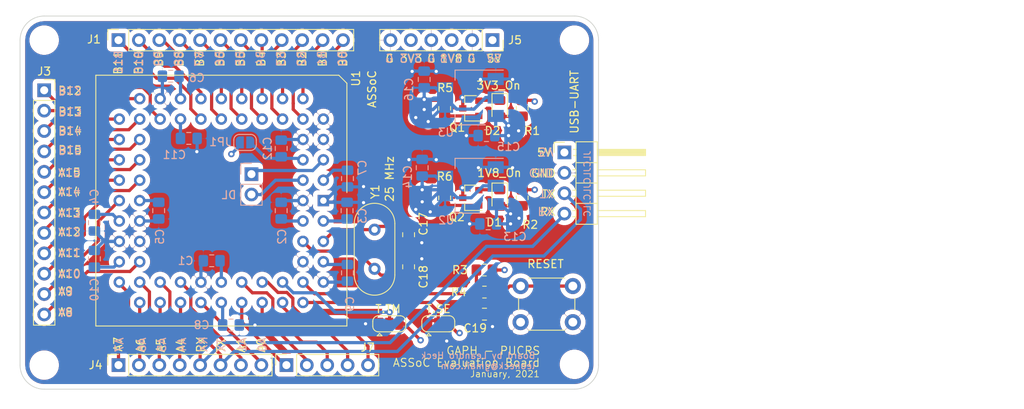
<source format=kicad_pcb>
(kicad_pcb (version 20241229) (generator "pcbnew") (generator_version "9.0")
  (title_block (title "ASSoC Eval Board") (date "2021-01-22") (rev "0.1") (company "GAPH") (comment 1 "By Leandro Heck"))
  (layers (0 "F.Cu" signal) (4 "In1.Cu" power "Gnd") (6 "In2.Cu" power "Pwr") (2 "B.Cu" signal) (13 "F.Paste" user) (15 "B.Paste" user) (5 "F.SilkS" user "F.Silkscreen") (7 "B.SilkS" user "B.Silkscreen") (1 "F.Mask" user) (3 "B.Mask" user) (25 "Edge.Cuts" user))
  (net 0 "")
  (net 1 "GND")
  (net 2 "+3V3")
  (net 3 "/ASSOC_RST")
  (net 4 "/XI")
  (net 5 "/XO")
  (net 6 "+1V8")
  (net 7 "+5V")
  (net 8 "/ASSOC_TX")
  (net 9 "/ASSOC_RX")
  (net 10 "Net-(D1-A)")
  (net 11 "Net-(D1-K)")
  (net 12 "Net-(D2-A)")
  (net 13 "Net-(D2-K)")
  (net 14 "Net-(Q1-B)")
  (net 15 "Net-(Q2-B)")
  (net 16 "/1V8_ASYNC")
  (net 17 "/A0")
  (net 18 "/A1")
  (net 19 "/A4")
  (net 20 "/A5")
  (net 21 "/A6")
  (net 22 "/A7")
  (net 23 "/B0")
  (net 24 "/B1")
  (net 25 "/B2")
  (net 26 "/B3")
  (net 27 "/B4")
  (net 28 "/B5")
  (net 29 "/B6")
  (net 30 "/B7")
  (net 31 "/B8")
  (net 32 "/B9")
  (net 33 "/B10")
  (net 34 "/B11")
  (net 35 "/A8")
  (net 36 "/A9")
  (net 37 "/A10")
  (net 38 "/A11")
  (net 39 "/A12")
  (net 40 "/A13")
  (net 41 "/A14")
  (net 42 "/A15")
  (net 43 "/B15")
  (net 44 "/B14")
  (net 45 "/B13")
  (net 46 "/B12")
  (net 47 "/DL_I")
  (net 48 "/DL_O")
  (net 49 "/TEST.TM")
  (net 50 "/TEST.SE")
  (net 51 "Net-(R4-Pad2)")
  (net 52 "/M.SS.ROM")
  (net 53 "/M.MISO")
  (net 54 "/M.MOSI")
  (net 55 "/M.SCLK")
  (net 56 "/M.SS.RAM")
  (footprint "GAPH-Extra:MountingHole_2.5mm" (layer "F.Cu") (at 178 80.5 -90)
    (property "Reference" "H1" (hide yes))
    (property "Value" "MountingHole" (hide yes))
  )
  (footprint "GAPH-Extra:MountingHole_2.5mm" (layer "F.Cu") (at 178 120.903121 -90)
    (property "Reference" "H3" (hide yes))
    (property "Value" "MountingHole" (hide yes))
  )
  (footprint "GAPH-Extra:MountingHole_2.5mm" (layer "F.Cu") (at 112 121 -90)
    (property "Reference" "H4" (hide yes))
    (property "Value" "MountingHole" (hide yes))
  )
  (footprint "GAPH-Extra:MountingHole_2.5mm" (layer "F.Cu") (at 112 80.5 -90)
    (property "Reference" "H2" (hide yes))
    (property "Value" "MountingHole" (hide yes))
  )
  (footprint "Package_TO_SOT_SMD:SOT-23" (layer "F.Cu") (at 165.1 100.15 180)
    (property "Reference" "Q2")
    (property "Value" "Q_NPN_BCE")
  )
  (footprint "Resistor_SMD:R_0805_2012Metric_Pad1.20x1.40mm_HandSolder" (layer "F.Cu") (at 161.85 100.15 90)
    (property "Reference" "R6")
    (property "Value" "1k")
  )
  (footprint "Resistor_SMD:R_0805_2012Metric_Pad1.20x1.40mm_HandSolder" (layer "F.Cu") (at 171.5 100.15 -90)
    (property "Reference" "R2")
    (property "Value" "330")
  )
  (footprint "Connector_PinHeader_2.54mm:PinHeader_1x04_P2.54mm_Horizontal" (layer "F.Cu") (at 176.75 94.5)
    (property "Reference" "J2" (hide yes))
    (property "Value" "USB-UART")
  )
  (footprint "LED_SMD:LED_0805_2012Metric_Pad1.15x1.40mm_HandSolder" (layer "F.Cu") (at 168.7 100.1725 -90)
    (property "Reference" "D1")
    (property "Value" "1V8_On")
  )
  (footprint "Connector_PinSocket_2.54mm:PinSocket_1x05_P2.54mm_Vertical" (layer "F.Cu") (at 142.15 121 90)
    (property "Reference" "J7")
    (property "Value" "H4")
  )
  (footprint "Jumper:SolderJumper-3_P1.3mm_Bridged2Bar12_RoundedPad1.0x1.5mm" (layer "F.Cu") (at 154.95 115.85)
    (property "Reference" "JP3" (hide yes))
    (property "Value" "T.TM")
  )
  (footprint "Capacitor_SMD:C_0805_2012Metric_Pad1.18x1.45mm_HandSolder" (layer "F.Cu") (at 157.36 108.75 -90)
    (property "Reference" "C18")
    (property "Value" "18p")
  )
  (footprint "Crystal:Crystal_HC49-4H_Vertical" (layer "F.Cu") (at 153.12 109 90)
    (property "Reference" "Y1")
    (property "Value" "25 MHz")
  )
  (footprint "Capacitor_SMD:C_0805_2012Metric_Pad1.18x1.45mm_HandSolder" (layer "F.Cu") (at 157.36 104.75 90)
    (property "Reference" "C17")
    (property "Value" "18p")
  )
  (footprint "Connector_PinSocket_2.54mm:PinSocket_1x08_P2.54mm_Vertical" (layer "F.Cu") (at 121.25 121 90)
    (property "Reference" "J4")
    (property "Value" "H1")
  )
  (footprint "Connector_PinSocket_2.54mm:PinSocket_1x12_P2.54mm_Vertical" (layer "F.Cu") (at 121.25 80.5 90)
    (property "Reference" "J1")
    (property "Value" "H3")
  )
  (footprint "Connector_PinSocket_2.54mm:PinSocket_1x12_P2.54mm_Vertical" (layer "F.Cu") (at 112 86.75)
    (property "Reference" "J3")
    (property "Value" "H2")
  )
  (footprint "Button_Switch_THT:SW_PUSH_6mm" (layer "F.Cu") (at 177.8 115.65 180)
    (property "Reference" "SW1" (hide yes))
    (property "Value" "RESET")
  )
  (footprint "Capacitor_SMD:C_0805_2012Metric_Pad1.18x1.45mm_HandSolder" (layer "F.Cu") (at 166.8 114.65 180)
    (property "Reference" "C19")
    (property "Value" "100n")
  )
  (footprint "Resistor_SMD:R_0805_2012Metric_Pad1.20x1.40mm_HandSolder" (layer "F.Cu") (at 166.8 111.9)
    (property "Reference" "R4")
    (property "Value" "1K")
  )
  (footprint "Resistor_SMD:R_0805_2012Metric_Pad1.20x1.40mm_HandSolder" (layer "F.Cu") (at 166.8 109.15 180)
    (property "Reference" "R3")
    (property "Value" "10K")
  )
  (footprint "Resistor_SMD:R_0805_2012Metric_Pad1.20x1.40mm_HandSolder" (layer "F.Cu") (at 171.5 89 -90)
    (property "Reference" "R1")
    (property "Value" "330")
  )
  (footprint "Resistor_SMD:R_0805_2012Metric_Pad1.20x1.40mm_HandSolder" (layer "F.Cu") (at 161.85 89 90)
    (property "Reference" "R5")
    (property "Value" "1k")
  )
  (footprint "Package_TO_SOT_SMD:SOT-23" (layer "F.Cu") (at 165.1 89 180)
    (property "Reference" "Q1")
    (property "Value" "Q_NPN_BCE")
  )
  (footprint "LED_SMD:LED_0805_2012Metric_Pad1.15x1.40mm_HandSolder" (layer "F.Cu") (at 168.7 89.0225 -90)
    (property "Reference" "D2")
    (property "Value" "3V3_On")
  )
  (footprint "Jumper:SolderJumper-3_P1.3mm_Bridged2Bar12_RoundedPad1.0x1.5mm" (layer "F.Cu") (at 161.05 115.85)
    (property "Reference" "JP2" (hide yes))
    (property "Value" "T.SE")
  )
  (footprint "GAPH-Chips:PLCC-68_THT-Socket" (layer "F.Cu") (at 146.75 100.5 -90)
    (property "Reference" "U1")
    (property "Value" "ASSoC")
  )
  (footprint "Connector_PinSocket_2.54mm:PinSocket_1x06_P2.54mm_Vertical" (layer "F.Cu") (at 167.8 80.5 -90)
    (property "Reference" "J5")
    (property "Value" "PWR")
  )
  (footprint "Package_TO_SOT_SMD:SOT-223" (layer "B.Cu") (at 165.05 87.65 180)
    (property "Reference" "U3")
    (property "Value" "LM1117-3.3")
  )
  (footprint "Package_TO_SOT_SMD:SOT-223" (layer "B.Cu") (at 165.05 98.65 180)
    (property "Reference" "U2")
    (property "Value" "LM1117-1.8")
  )
  (footprint "Capacitor_SMD:C_0805_2012Metric_Pad1.18x1.45mm_HandSolder" (layer "B.Cu") (at 167.2625 103.4 180)
    (property "Reference" "C13")
    (property "Value" "10u")
  )
  (footprint "Capacitor_SMD:C_0805_2012Metric_Pad1.18x1.45mm_HandSolder" (layer "B.Cu") (at 159.3 85.4 90)
    (property "Reference" "C16")
    (property "Value" "10u")
  )
  (footprint "Capacitor_SMD:C_0805_2012Metric_Pad1.18x1.45mm_HandSolder" (layer "B.Cu") (at 126.25 101.75 -90)
    (property "Reference" "C5")
    (property "Value" "100n")
  )
  (footprint "Capacitor_SMD:C_0805_2012Metric_Pad1.18x1.45mm_HandSolder" (layer "B.Cu") (at 130 92.75)
    (property "Reference" "C11")
    (property "Value" "100n")
  )
  (footprint "Capacitor_SMD:C_0805_2012Metric_Pad1.18x1.45mm_HandSolder" (layer "B.Cu") (at 141.5 94 90)
    (property "Reference" "C12")
    (property "Value" "100n")
  )
  (footprint "Capacitor_SMD:C_0805_2012Metric_Pad1.18x1.45mm_HandSolder" (layer "B.Cu") (at 149.75 97.75 -90)
    (property "Reference" "C7")
    (property "Value" "100n")
  )
  (footprint "Capacitor_SMD:C_0805_2012Metric_Pad1.18x1.45mm_HandSolder" (layer "B.Cu") (at 132.85 108 180)
    (property "Reference" "C1")
    (property "Value" "100n")
  )
  (footprint "Capacitor_SMD:C_0805_2012Metric_Pad1.18x1.45mm_HandSolder" (layer "B.Cu") (at 141.5 101.75 90)
    (property "Reference" "C2")
    (property "Value" "100n")
  )
  (footprint "Capacitor_SMD:C_0805_2012Metric_Pad1.18x1.45mm_HandSolder" (layer "B.Cu") (at 149.75 109.5 -90)
    (property "Reference" "C9")
    (property "Value" "100n")
  )
  (footprint "Capacitor_SMD:C_0805_2012Metric_Pad1.18x1.45mm_HandSolder" (layer "B.Cu") (at 118.25 107.75 90)
    (property "Reference" "C10")
    (property "Value" "100n")
  )
  (footprint "Capacitor_SMD:C_0805_2012Metric_Pad1.18x1.45mm_HandSolder" (layer "B.Cu") (at 127.75 85 180)
    (property "Reference" "C6")
    (property "Value" "100n")
  )
  (footprint "Capacitor_SMD:C_0805_2012Metric_Pad1.18x1.45mm_HandSolder" (layer "B.Cu") (at 149.7 101.75 90)
    (property "Reference" "C3")
    (property "Value" "100n")
  )
  (footprint "Capacitor_SMD:C_0805_2012Metric_Pad1.18x1.45mm_HandSolder" (layer "B.Cu") (at 118.25 103.25 -90)
    (property "Reference" "C4")
    (property "Value" "100n")
  )
  (footprint "Capacitor_SMD:C_0805_2012Metric_Pad1.18x1.45mm_HandSolder" (layer "B.Cu") (at 135.25 116)
    (property "Reference" "C8")
    (property "Value" "100n")
  )
  (footprint "Connector_PinSocket_2.54mm:PinSocket_1x02_P2.54mm_Vertical" (layer "B.Cu") (at 137.8 97.2 180)
    (property "Reference" "J6" (hide yes))
    (property "Value" "DL")
  )
  (footprint "Capacitor_SMD:C_0805_2012Metric_Pad1.18x1.45mm_HandSolder" (layer "B.Cu") (at 159.05 96.4 90)
    (property "Reference" "C14")
    (property "Value" "10u")
  )
  (footprint "Capacitor_SMD:C_0805_2012Metric_Pad1.18x1.45mm_HandSolder" (layer "B.Cu") (at 167.05 92.4 180)
    (property "Reference" "C15")
    (property "Value" "10u")
  )
  (footprint "Jumper:SolderJumper-2_P1.3mm_Open_RoundedPad1.0x1.5mm" (layer "B.Cu") (at 137 93.25 180)
    (property "Reference" "JP1")
    (property "Value" "SolderJumper_2_Bridged")
  )
  (gr_line (start 111.999999 124) (end 178 124) (stroke (width 0.1)) (layer "Edge.Cuts"))
  (gr_arc (start 181.000001 121) (mid 180.121321 123.121321) (end 178 124.000001) (stroke (width 0.1)) (layer "Edge.Cuts"))
  (gr_line (start 109 80.5) (end 109 120.999999) (stroke (width 0.1)) (layer "Edge.Cuts"))
  (gr_arc (start 109 80.5) (mid 109.87868 78.37868) (end 112 77.5) (stroke (width 0.1)) (layer "Edge.Cuts"))
  (gr_line (start 181.000001 121) (end 181 80.5) (stroke (width 0.1)) (layer "Edge.Cuts"))
  (gr_arc (start 111.999999 124) (mid 109.878679 123.12132) (end 109 120.999999) (stroke (width 0.1)) (layer "Edge.Cuts"))
  (gr_arc (start 178 77.5) (mid 180.12132 78.37868) (end 181 80.5) (stroke (width 0.1)) (layer "Edge.Cuts"))
  (gr_line (start 178 77.5) (end 112 77.5) (stroke (width 0.1)) (layer "Edge.Cuts"))
  (gr_text "RX" (at 173.617857 101.9 0) (layer "F.SilkS") (effects (font (size 1 1)) (justify left)))
  (gr_text "TX" (at 173.855952 99.7 0) (layer "F.SilkS") (effects (font (size 1 1)) (justify left)))
  (gr_text "GND" (at 172.522619 97.1 0) (layer "F.SilkS") (effects (font (size 1 1)) (justify left)))
  (gr_text "5V" (at 173.25 94.5 0) (layer "F.SilkS") (effects (font (size 1 1)) (justify left)))
  (gr_text "ASSoC Evaluation Board" (at 164.55 120.7 0) (layer "F.SilkS") (effects (font (size 1 1) (thickness 0.12))))
  (gr_text "A8" (at 113.672619 114.4 0) (layer "F.SilkS") (effects (font (size 1 1)) (justify left)))
  (gr_text "A5" (at 126.5 119.527381 90) (layer "F.SilkS") (effects (font (size 1 1)) (justify left)))
  (gr_text "RX" (at 131.5 119.527381 90) (layer "F.SilkS") (effects (font (size 1 1)) (justify left)))
  (gr_text "TX" (at 134 119.527381 90) (layer "F.SilkS") (effects (font (size 1 1)) (justify left)))
  (gr_text "A7" (at 121.2 119.4 90) (layer "F.SilkS") (effects (font (size 1 1)) (justify left)))
  (gr_text "A1" (at 136.5 119.527381 90) (layer "F.SilkS") (effects (font (size 1 1)) (justify left)))
  (gr_text "A0" (at 139 119.527381 90) (layer "F.SilkS") (effects (font (size 1 1)) (justify left)))
  (gr_text "A6" (at 124 119.527381 90) (layer "F.SilkS") (effects (font (size 1 1)) (justify left)))
  (gr_text "A4" (at 129 119.527381 90) (layer "F.SilkS") (effects (font (size 1 1)) (justify left)))
  (gr_text "B11" (at 121.2 84.879762 90) (layer "F.SilkS") (effects (font (size 1 1)) (justify left)))
  (gr_text "B7" (at 131.381816 83.927381 90) (layer "F.SilkS") (effects (font (size 1 1)) (justify left)))
  (gr_text "B10" (at 123.745454 84.879762 90) (layer "F.SilkS") (effects (font (size 1 1)) (justify left)))
  (gr_text "B8" (at 128.836362 83.927381 90) (layer "F.SilkS") (effects (font (size 1 1)) (justify left)))
  (gr_text "B6" (at 133.92727 83.927381 90) (layer "F.SilkS") (effects (font (size 1 1)) (justify left)))
  (gr_text "B9" (at 126.290908 83.927381 90) (layer "F.SilkS") (effects (font (size 1 1)) (justify left)))
  (gr_text "B5" (at 136.472724 83.927381 90) (layer "F.SilkS") (effects (font (size 1 1)) (justify left)))
  (gr_text "3V3" (at 156.2 82.8 0) (layer "F.SilkS") (effects (font (size 1 1)) (justify left)))
  (gr_text "1V8" (at 161.2 82.8 0) (layer "F.SilkS") (effects (font (size 1 1)) (justify left)))
  (gr_text "5V" (at 167 82.8 0) (layer "F.SilkS") (effects (font (size 1 1)) (justify left)))
  (gr_text "G" (at 164.6 82.8 0) (layer "F.SilkS") (effects (font (size 1 1)) (justify left)))
  (gr_text "G" (at 154.4 82.8 0) (layer "F.SilkS") (effects (font (size 1 1)) (justify left)))
  (gr_text "A14" (at 113.672619 99.4 0) (layer "F.SilkS") (effects (font (size 1 1)) (justify left)))
  (gr_text "B12" (at 115.2 86.8 0) (layer "F.SilkS") (effects (font (size 1 1))))
  (gr_text "B1" (at 146.65454 83.927381 90) (layer "F.SilkS") (effects (font (size 1 1)) (justify left)))
  (gr_text "A9" (at 113.672619 111.8 0) (layer "F.SilkS") (effects (font (size 1 1)) (justify left)))
  (gr_text "B0" (at 149.2 83.927381 90) (layer "F.SilkS") (effects (font (size 1 1)) (justify left)))
  (gr_text "B15" (at 113.672619 94.2 0) (layer "F.SilkS") (effects (font (size 1 1)) (justify left)))
  (gr_text "B2" (at 144.109086 83.927381 90) (layer "F.SilkS") (effects (font (size 1 1)) (justify left)))
  (gr_text "A10" (at 113.672619 109.6 0) (layer "F.SilkS") (effects (font (size 1 1)) (justify left)))
  (gr_text "B4" (at 139.018178 83.927381 90) (layer "F.SilkS") (effects (font (size 1 1)) (justify left)))
  (gr_text "A11" (at 113.672619 107 0) (layer "F.SilkS") (effects (font (size 1 1)) (justify left)))
  (gr_text "B3" (at 141.563632 83.927381 90) (layer "F.SilkS") (effects (font (size 1 1)) (justify left)))
  (gr_text "B13" (at 113.672619 89.4 0) (layer "F.SilkS") (effects (font (size 1 1)) (justify left)))
  (gr_text "A15" (at 113.672619 97 0) (layer "F.SilkS") (effects (font (size 1 1)) (justify left)))
  (gr_text "B14" (at 113.672619 91.8 0) (layer "F.SilkS") (effects (font (size 1 1)) (justify left)))
  (gr_text "G" (at 159.6 82.8 0) (layer "F.SilkS") (effects (font (size 1 1)) (justify left)))
  (gr_text "A12" (at 113.672619 104.4 0) (layer "F.SilkS") (effects (font (size 1 1)) (justify left)))
  (gr_text "January, 2021" (at 169.35 122.1 0) (layer "F.SilkS") (effects (font (size 0.8 0.8) (thickness 0.1))))
  (gr_text "A13" (at 113.672619 102 0) (layer "F.SilkS") (effects (font (size 1 1)) (justify left)))
  (gr_text "GND" (at 172.234524 97 180) (layer "B.SilkS") (effects (font (size 1 1)) (justify left mirror)))
  (gr_text "TX" (at 173.567857 99.6 180) (layer "B.SilkS") (effects (font (size 1 1)) (justify left mirror)))
  (gr_text "5V" (at 173.472619 94.4 180) (layer "B.SilkS") (effects (font (size 1 1)) (justify left mirror)))
  (gr_text "RX" (at 173.329762 101.8 180) (layer "B.SilkS") (effects (font (size 1 1)) (justify left mirror)))
  (gr_text "A8" (at 113.672619 114.4 180) (layer "B.SilkS") (effects (font (size 1 1)) (justify left mirror)))
  (gr_text "B14" (at 113.672619 91.8 180) (layer "B.SilkS") (effects (font (size 1 1)) (justify left mirror)))
  (gr_text "A15" (at 113.672619 97 180) (layer "B.SilkS") (effects (font (size 1 1)) (justify left mirror)))
  (gr_text "A14" (at 113.672619 99.4 180) (layer "B.SilkS") (effects (font (size 1 1)) (justify left mirror)))
  (gr_text "B12" (at 115.2 86.8 180) (layer "B.SilkS") (effects (font (size 1 1)) (justify mirror)))
  (gr_text "A13" (at 113.672619 102 180) (layer "B.SilkS") (effects (font (size 1 1)) (justify left mirror)))
  (gr_text "A12" (at 113.672619 104.4 180) (layer "B.SilkS") (effects (font (size 1 1)) (justify left mirror)))
  (gr_text "B13" (at 113.672619 89.4 180) (layer "B.SilkS") (effects (font (size 1 1)) (justify left mirror)))
  (gr_text "A9" (at 113.672619 111.8 180) (layer "B.SilkS") (effects (font (size 1 1)) (justify left mirror)))
  (gr_text "A11" (at 113.672619 107 180) (layer "B.SilkS") (effects (font (size 1 1)) (justify left mirror)))
  (gr_text "A10" (at 113.672619 109.6 180) (layer "B.SilkS") (effects (font (size 1 1)) (justify left mirror)))
  (gr_text "B15" (at 113.672619 94.2 180) (layer "B.SilkS") (effects (font (size 1 1)) (justify left mirror)))
  (gr_text "B0" (at 149.102381 81.720238 90) (layer "B.SilkS") (effects (font (size 1 1)) (justify left mirror)))
  (gr_text "B2" (at 144.011467 81.720238 90) (layer "B.SilkS") (effects (font (size 1 1)) (justify left mirror)))
  (gr_text "B10" (at 123.8 81.720238 90) (layer "B.SilkS") (effects (font (size 1 1)) (justify left mirror)))
  (gr_text "B3" (at 141.466013 81.720238 90) (layer "B.SilkS") (effects (font (size 1 1)) (justify left mirror)))
  (gr_text "B8" (at 128.738743 81.720238 90) (layer "B.SilkS") (effects (font (size 1 1)) (justify left mirror)))
  (gr_text "B5" (at 136.375105 81.720238 90) (layer "B.SilkS") (effects (font (size 1 1)) (justify left mirror)))
  (gr_text "B11" (at 121.254762 81.720238 90) (layer "B.SilkS") (effects (font (size 1 1)) (justify left mirror)))
  (gr_text "B6" (at 133.829651 81.720238 90) (layer "B.SilkS") (effects (font (size 1 1)) (justify left mirror)))
  (gr_text "B7" (at 131.284197 81.720238 90) (layer "B.SilkS") (effects (font (size 1 1)) (justify left mirror)))
  (gr_text "B9" (at 126.193289 81.720238 90) (layer "B.SilkS") (effects (font (size 1 1)) (justify left mirror)))
  (gr_text "B4" (at 138.920559 81.720238 90) (layer "B.SilkS") (effects (font (size 1 1)) (justify left mirror)))
  (gr_text "B1" (at 146.556921 81.720238 90) (layer "B.SilkS") (effects (font (size 1 1)) (justify left mirror)))
  (gr_text "A5" (at 126.659524 117.472619 90) (layer "B.SilkS") (effects (font (size 1 1)) (justify left mirror)))
  (gr_text "TX" (at 134.064286 117.567857 90) (layer "B.SilkS") (effects (font (size 1 1)) (justify left mirror)))
  (gr_text "A4" (at 129.159524 117.472619 90) (layer "B.SilkS") (effects (font (size 1 1)) (justify left mirror)))
  (gr_text "A7" (at 121.359524 117.472619 90) (layer "B.SilkS") (effects (font (size 1 1)) (justify left mirror)))
  (gr_text "RX" (at 131.802381 117.329762 90) (layer "B.SilkS") (effects (font (size 1 1)) (justify left mirror)))
  (gr_text "A6" (at 124.159524 117.472619 90) (layer "B.SilkS") (effects (font (size 1 1)) (justify left mirror)))
  (gr_text "A0" (at 139.159524 117.472619 90) (layer "B.SilkS") (effects (font (size 1 1)) (justify left mirror)))
  (gr_text "A1" (at 136.659524 117.472619 90) (layer "B.SilkS") (effects (font (size 1 1)) (justify left mirror)))
  (gr_text "1V8" (at 164.111905 82.8 0) (layer "B.SilkS") (effects (font (size 1 1)) (justify left mirror)))
  (gr_text "5V" (at 168.959524 82.8 0) (layer "B.SilkS") (effects (font (size 1 1)) (justify left mirror)))
  (gr_text "G" (at 165.75 82.8 0) (layer "B.SilkS") (effects (font (size 1 1)) (justify left mirror)))
  (gr_text "3V3" (at 159.111905 82.8 0) (layer "B.SilkS") (effects (font (size 1 1)) (justify left mirror)))
  (gr_text "G" (at 155.55 82.8 0) (layer "B.SilkS") (effects (font (size 1 1)) (justify left mirror)))
  (gr_text "G" (at 160.75 82.8 0) (layer "B.SilkS") (effects (font (size 1 1)) (justify left mirror)))
  (gr_text "JLCJLCJLCJLC" (at 179.6 98.4 90) (layer "B.SilkS") (effects (font (size 0.8 0.8) (thickness 0.12)) (justify mirror)))
  (gr_text "Board by Leandro Heck\nleoheck@gmail.com\n" (at 173.2 120.45 0) (layer "B.SilkS") (effects (font (size 0.8 0.8) (thickness 0.12)) (justify left mirror)))
  (segment (start 164.1 89) (end 164.1 87.7) (width 0.4) (layer "F.Cu") (net 1))
  (segment (start 164.1 87.95) (end 164.05 87.9) (width 0.4) (layer "F.Cu") (net 1))
  (segment (start 167.8375 116.1625) (end 167.8 116.2) (width 0.4) (layer "F.Cu") (net 1))
  (segment (start 158.9625 105.7875) (end 159 105.75) (width 0.4) (layer "F.Cu") (net 1))
  (segment (start 153.65 115.85) (end 152 115.85) (width 0.4) (layer "F.Cu") (net 1))
  (segment (start 157.36 107.7125) (end 158.9625 107.7125) (width 0.4) (layer "F.Cu") (net 1))
  (segment (start 159.75 115.85) (end 159.75 116.700002) (width 0.4) (layer "F.Cu") (net 1))
  (segment (start 158.9625 107.7125) (end 159 107.75) (width 0.4) (layer "F.Cu") (net 1))
  (segment (start 157.36 105.7875) (end 158.9625 105.7875) (width 0.4) (layer "F.Cu") (net 1))
  (segment (start 167.8375 114.65) (end 167.8375 116.1625) (width 0.4) (layer "F.Cu") (net 1))
  (segment (start 164.1 98.95) (end 164.05 98.9) (width 0.4) (layer "F.Cu") (net 1))
  (segment (start 161.049998 118) (end 162.1 118) (width 0.4) (layer "F.Cu") (net 1))
  (segment (start 164.1 100.15) (end 164.1 98.95) (width 0.4) (layer "F.Cu") (net 1))
  (segment (start 159.75 116.700002) (end 161.049998 118) (width 0.4) (layer "F.Cu") (net 1))
  (via (at 164.05 87.65) (size 0.8) (drill 0.4) (layers "F.Cu" "B.Cu") (net 1))
  (via (at 164.55 92.4) (size 0.8) (drill 0.4) (layers "F.Cu" "B.Cu") (net 1))
  (via (at 166.05 96.4) (size 0.8) (drill 0.4) (layers "F.Cu" "B.Cu") (net 1))
  (via (at 159 105.75) (size 0.8) (drill 0.4) (layers "F.Cu" "B.Cu") (net 1))
  (via (at 151.75 98.75) (size 0.8) (drill 0.4) (layers "F.Cu" "B.Cu") (net 1))
  (via (at 151.75 100.75) (size 0.8) (drill 0.4) (layers "F.Cu" "B.Cu") (net 1))
  (via (at 164.95 103.4) (size 0.8) (drill 0.4) (layers "F.Cu" "B.Cu") (net 1))
  (via (at 138.236397 116.013603) (size 0.8) (drill 0.4) (layers "F.Cu" "B.Cu") (net 1))
  (via (at 164.05 98.9) (size 0.8) (drill 0.4) (layers "F.Cu" "B.Cu") (net 1))
  (via (at 170.3 96.4) (size 0.8) (drill 0.4) (layers "F.Cu" "B.Cu") (net 1))
  (via (at 157.4 95.4) (size 0.8) (drill 0.4) (layers "F.Cu" "B.Cu") (net 1))
  (via (at 162.1 118) (size 0.8) (drill 0.4) (layers "F.Cu" "B.Cu") (net 1))
  (via (at 157.8 84.4) (size 0.8) (drill 0.4) (layers "F.Cu" "B.Cu") (net 1))
  (via (at 160.8 84.4) (size 0.8) (drill 0.4) (layers "F.Cu" "B.Cu") (net 1))
  (via (at 159 107.75) (size 0.8) (drill 0.4) (layers "F.Cu" "B.Cu") (net 1))
  (via (at 160.8 95.4) (size 0.8) (drill 0.4) (layers "F.Cu" "B.Cu") (net 1))
  (via (at 166.3 85.4) (size 0.8) (drill 0.4) (layers "F.Cu" "B.Cu") (net 1))
  (via (at 152 115.85) (size 0.8) (drill 0.4) (layers "F.Cu" "B.Cu") (net 1))
  (via (at 131 94.4) (size 0.8) (drill 0.4) (layers "F.Cu" "B.Cu") (net 1))
  (via (at 170.3 85.4) (size 0.8) (drill 0.4) (layers "F.Cu" "B.Cu") (net 1))
  (via (at 167.8 116.2) (size 0.8) (drill 0.4) (layers "F.Cu" "B.Cu") (net 1))
  (segment (start 126.7125 87.5175) (end 126.43 87.8) (width 0.4) (layer "B.Cu") (net 1))
  (segment (start 126.7125 85) (end 126.7125 87.5175) (width 0.4) (layer "B.Cu") (net 1))
  (segment (start 121.35 105.58) (end 119.3825 105.58) (width 0.4) (layer "B.Cu") (net 1))
  (segment (start 146.75 110.66) (end 149.6275 110.66) (width 0.4) (layer "B.Cu") (net 1))
  (segment (start 123.89 103.04) (end 126.5975 103.04) (width 0.4) (layer "B.Cu") (net 1))
  (segment (start 149.95 100.7125) (end 146.9625 100.7125) (width 0.4) (layer "B.Cu") (net 1))
  (segment (start 149.6275 110.66) (end 149.75 110.5375) (width 0.4) (layer "B.Cu") (net 1))
  (segment (start 119.3825 105.58) (end 118.25 106.7125) (width 0.4) (layer "B.Cu") (net 1))
  (segment (start 146.8725 110.5375) (end 146.75 110.66) (width 0.4) (layer "B.Cu") (net 1))
  (segment (start 121.35 105.58) (end 119.5425 105.58) (width 0.4) (layer "B.Cu") (net 1))
  (segment (start 141.4625 100.5) (end 141.25 100.7125) (width 0.4) (layer "B.Cu") (net 1))
  (segment (start 131.51 110.66) (end 131.51 108.3025) (width 0.4) (layer "B.Cu") (net 1))
  (segment (start 146.9625 100.7125) (end 146.75 100.5) (width 0.4) (layer "B.Cu") (net 1))
  (segment (start 124.1925 102.7375) (end 123.89 103.04) (width 0.4) (layer "B.Cu") (net 1))
  (segment (start 131.51 108.3025) (end 131.8125 108) (width 0.4) (layer "B.Cu") (net 1))
  (segment (start 141.7825 92.88) (end 141.5 93.1625) (width 0.4) (layer "B.Cu") (net 1))
  (segment (start 144.21 100.5) (end 141.4625 100.5) (width 0.4) (layer "B.Cu") (net 1))
  (segment (start 119.5425 105.58) (end 118.25 104.2875) (width 0.4) (layer "B.Cu") (net 1))
  (segment (start 131.8125 110.3575) (end 131.51 110.66) (width 0.4) (layer "B.Cu") (net 1))
  (segment (start 144.21 92.88) (end 141.7825 92.88) (width 0.4) (layer "B.Cu") (net 1))
  (segment (start 143.9275 93.1625) (end 144.21 92.88) (width 0.4) (layer "B.Cu") (net 1))
  (segment (start 166.0125 92.4) (end 164.55 92.4) (width 0.4) (layer "B.Cu") (net 1))
  (segment (start 159.3 84.3625) (end 157.8375 84.3625) (width 0.4) (layer "B.Cu") (net 1))
  (segment (start 146.75 100.5) (end 147 100.5) (width 0.4) (layer "B.Cu") (net 1))
  (segment (start 149.75 98.7875) (end 151.7125 98.7875) (width 0.4) (layer "B.Cu") (net 1))
  (segment (start 149.7 100.7125) (end 151.5375 100.7125) (width 0.4) (layer "B.Cu") (net 1))
  (segment (start 168.2 96.35) (end 170.25 96.35) (width 0.4) (layer "B.Cu") (net 1))
  (segment (start 166.35 85.35) (end 166.3 85.4) (width 0.4) (layer "B.Cu") (net 1))
  (segment (start 131.0375 92.75) (end 131.0375 94.3625) (width 0.4) (layer "B.Cu") (net 1))
  (segment (start 151.7125 98.7875) (end 151.75 98.75) (width 0.4) (layer "B.Cu") (net 1))
  (segment (start 131.0375 94.3625) (end 131 94.4) (width 0.4) (layer "B.Cu") (net 1))
  (segment (start 168.2 96.35) (end 166.1 96.35) (width 0.4) (layer "B.Cu") (net 1))
  (segment (start 160.7625 95.3625) (end 160.8 95.4) (width 0.4) (layer "B.Cu") (net 1))
  (segment (start 166.225 103.4) (end 164.95 103.4) (width 0.4) (layer "B.Cu") (net 1))
  (segment (start 168.2 85.35) (end 166.35 85.35) (width 0.4) (layer "B.Cu") (net 1))
  (segment (start 159.3 84.3625) (end 160.7625 84.3625) (width 0.4) (layer "B.Cu") (net 1))
  (segment (start 147 100.5) (end 148.7125 98.7875) (width 0.4) (layer "B.Cu") (net 1))
  (segment (start 159.05 95.3625) (end 160.7625 95.3625) (width 0.4) (layer "B.Cu") (net 1))
  (segment (start 157.8375 84.3625) (end 157.8 84.4) (width 0.4) (layer "B.Cu") (net 1))
  (segment (start 136.2875 116) (end 138.222794 116) (width 0.4) (layer "B.Cu") (net 1))
  (segment (start 166.1 96.35) (end 166.05 96.4) (width 0.4) (layer "B.Cu") (net 1))
  (segment (start 160.7625 84.3625) (end 160.8 84.4) (width 0.4) (layer "B.Cu") (net 1))
  (segment (start 157.4375 95.3625) (end 157.4 95.4) (width 0.4) (layer "B.Cu") (net 1))
  (segment (start 168.2 85.35) (end 170.25 85.35) (width 0.4) (layer "B.Cu") (net 1))
  (segment (start 170.25 96.35) (end 170.3 96.4) (width 0.4) (layer "B.Cu") (net 1))
  (segment (start 148.7125 98.7875) (end 149.75 98.7875) (width 0.4) (layer "B.Cu") (net 1))
  (segment (start 170.25 85.35) (end 170.3 85.4) (width 0.4) (layer "B.Cu") (net 1))
  (segment (start 138.222794 116) (end 138.236397 116.013603) (width 0.4) (layer "B.Cu") (net 1))
  (segment (start 149.7375 100.5) (end 149.95 100.7125) (width 0.4) (layer "B.Cu") (net 1))
  (segment (start 159.05 95.3625) (end 157.4375 95.3625) (width 0.4) (layer "B.Cu") (net 1))
  (segment (start 162.35 115.85) (end 162.35 115.9) (width 0.4) (layer "F.Cu") (net 2))
  (segment (start 156.25 115.85) (end 156.8 115.85) (width 0.4) (layer "F.Cu") (net 2))
  (segment (start 159.4 88) (end 159.3 87.9) (width 0.4) (layer "F.Cu") (net 2))
  (segment (start 161.85 88) (end 159.4 88) (width 0.4) (layer "F.Cu") (net 2))
  (segment (start 162.35 115.9) (end 163.45 117) (width 0.4) (layer "F.Cu") (net 2))
  (segment (start 156.8 115.85) (end 158.85 117.9) (width 0.4) (layer "F.Cu") (net 2))
  (segment (start 167.8 109.15) (end 169.3 109.15) (width 0.4) (layer "F.Cu") (net 2))
  (segment (start 163.45 117) (end 163.7 117) (width 0.4) (layer "F.Cu") (net 2))
  (via (at 158.25 90.15) (size 0.8) (drill 0.4) (layers "F.Cu" "B.Cu") (net 2))
  (via (at 163.7 117) (size 0.8) (drill 0.4) (layers "F.Cu" "B.Cu") (net 2))
  (via (at 159.3 89.15) (size 0.8) (drill 0.4) (layers "F.Cu" "B.Cu") (net 2))
  (via (at 159.8 90.65) (size 0.8) (drill 0.4) (layers "F.Cu" "B.Cu") (net 2))
  (via (at 169.3 109.15) (size 0.8) (drill 0.4) (layers "F.Cu" "B.Cu") (net 2))
  (via (at 159.3 87.9) (size 0.8) (drill 0.4) (layers "F.Cu" "B.Cu") (net 2))
  (via (at 158.85 117.9) (size 0.8) (drill 0.4) (layers "F.Cu" "B.Cu") (net 2))
  (segment (start 123.89 100.5) (end 126.6375 100.5) (width 0.4) (layer "B.Cu") (net 2))
  (segment (start 141.5025 103.04) (end 141.25 102.7875) (width 0.4) (layer "B.Cu") (net 2))
  (segment (start 149.6975 103.04) (end 149.95 102.7875) (width 0.4) (layer "B.Cu") (net 2))
  (segment (start 118.25 102.2125) (end 120.5225 102.2125) (width 0.4) (layer "B.Cu") (net 2))
  (segment (start 146.75 103.04) (end 149.6975 103.04) (width 0.4) (layer "B.Cu") (net 2))
  (segment (start 134.05 108.1625) (end 133.8875 108) (width 0.4) (layer "B.Cu") (net 2))
  (segment (start 144.21 103.04) (end 141.5025 103.04) (width 0.4) (layer "B.Cu") (net 2))
  (segment (start 120.5225 102.2125) (end 121.35 103.04) (width 0.4) (layer "B.Cu") (net 2))
  (segment (start 128.97 87.8) (end 128.97 85.1825) (width 0.4) (layer "B.Cu") (net 2))
  (segment (start 134.05 110.66) (end 134.05 108.1625) (width 0.4) (layer "B.Cu") (net 2))
  (segment (start 121.31 103) (end 121.35 103.04) (width 0.4) (layer "B.Cu") (net 2))
  (segment (start 124.0525 100.6625) (end 123.89 100.5) (width 0.4) (layer "B.Cu") (net 2))
  (segment (start 120.9725 102.6625) (end 121.35 103.04) (width 0.4) (layer "B.Cu") (net 2))
  (segment (start 128.97 85.1825) (end 128.7875 85) (width 0.4) (layer "B.Cu") (net 2))
  (segment (start 159.3 87.9) (end 161.65 87.9) (width 0.4) (layer "B.Cu") (net 2))
  (segment (start 166.95 87.65) (end 165.5 89.1) (width 0.4) (layer "B.Cu") (net 2))
  (segment (start 161.9 88.55) (end 159.8 90.65) (width 0.4) (layer "B.Cu") (net 2))
  (segment (start 168.2 87.65) (end 166.95 87.65) (width 0.4) (layer "B.Cu") (net 2))
  (segment (start 161.6375 88.1625) (end 161.9 87.9) (width 0.4) (layer "B.Cu") (net 2))
  (segment (start 159.3 86.4375) (end 160.6875 86.4375) (width 0.4) (layer "B.Cu") (net 2))
  (segment (start 160.4 89.15) (end 161.9 87.65) (width 0.4) (layer "B.Cu") (net 2))
  (segment (start 159.3 89.15) (end 159.25 89.15) (width 0.4) (layer "B.Cu") (net 2))
  (segment (start 165.5 89.1) (end 163.35 89.1) (width 0.4) (layer "B.Cu") (net 2))
  (segment (start 159.3 86.4375) (end 159.3 87.9) (width 0.4) (layer "B.Cu") (net 2))
  (segment (start 149.75 96.7125) (end 147.9975 96.7125) (width 0.4) (layer "B.Cu") (net 2))
  (segment (start 160.6875 86.4375) (end 161.9 87.65) (width 0.4) (layer "B.Cu") (net 2))
  (segment (start 163.35 89.1) (end 161.9 87.65) (width 0.4) (layer "B.Cu") (net 2))
  (segment (start 159.3 89.15) (end 160.4 89.15) (width 0.4) (layer "B.Cu") (net 2))
  (segment (start 161.9 87.65) (end 161.9 88.55) (width 0.4) (layer "B.Cu") (net 2))
  (segment (start 159.3 87.9) (end 159.3 89.15) (width 0.4) (layer "B.Cu") (net 2))
  (segment (start 147.9975 96.7125) (end 146.75 97.96) (width 0.4) (layer "B.Cu") (net 2))
  (segment (start 161.65 87.9) (end 161.9 87.65) (width 0.4) (layer "B.Cu") (net 2))
  (segment (start 159.25 89.15) (end 158.25 90.15) (width 0.4) (layer "B.Cu") (net 2))
  (segment (start 145.65 112.1) (end 165.6 112.1) (width 0.4) (layer "F.Cu") (net 3))
  (segment (start 165.8 109.15) (end 165.8 111.9) (width 0.4) (layer "F.Cu") (net 3))
  (segment (start 165.7625 111.9375) (end 165.8 111.9) (width 0.4) (layer "F.Cu") (net 3))
  (segment (start 144.21 110.66) (end 145.65 112.1) (width 0.4) (layer "F.Cu") (net 3))
  (segment (start 165.6 112.1) (end 165.8 111.9) (width 0.4) (layer "F.Cu") (net 3))
  (segment (start 165.7625 114.65) (end 165.7625 111.9375) (width 0.4) (layer "F.Cu") (net 3))
  (segment (start 148.21 104.12) (end 146.75 105.58) (width 0.4) (layer "F.Cu") (net 4))
  (segment (start 153.12 104.12) (end 148.21 104.12) (width 0.4) (layer "F.Cu") (net 4))
  (segment (start 157.36 103.7125) (end 153.5275 103.7125) (width 0.4) (layer "F.Cu") (net 4))
  (segment (start 153.5275 103.7125) (end 153.12 104.12) (width 0.4) (layer "F.Cu") (net 4))
  (segment (start 144.21 105.58) (end 145.421201 106.791201) (width 0.4) (layer "F.Cu") (net 5))
  (segment (start 145.421201 106.791201) (end 150.911201 106.791201) (width 0.4) (layer "F.Cu") (net 5))
  (segment (start 150.911201 106.791201) (end 153.12 109) (width 0.4) (layer "F.Cu") (net 5))
  (segment (start 153.9075 109.7875) (end 153.12 109) (width 0.4) (layer "F.Cu") (net 5))
  (segment (start 157.36 109.7875) (end 153.9075 109.7875) (width 0.4) (layer "F.Cu") (net 5))
  (segment (start 161.85 99.15) (end 159.05 99.15) (width 0.4) (layer "F.Cu") (net 6))
  (via (at 159.05 99.15) (size 0.8) (drill 0.4) (layers "F.Cu" "B.Cu") (net 6))
  (via (at 158.25 101.6) (size 0.8) (drill 0.4) (layers "F.Cu" "B.Cu") (net 6))
  (via (at 135.3 94.7) (size 0.8) (drill 0.4) (layers "F.Cu" "B.Cu") (net 6))
  (via (at 159.05 100.65) (size 0.8) (drill 0.4) (layers "F.Cu" "B.Cu") (net 6))
  (via (at 160.05 101.9) (size 0.8) (drill 0.4) (layers "F.Cu" "B.Cu") (net 6))
  (segment (start 149.4075 108.12) (end 149.75 108.4625) (width 0.4) (layer "B.Cu") (net 6))
  (segment (start 134.05 115.9125) (end 133.9625 116) (width 0.4) (layer "B.Cu") (net 6))
  (segment (start 168.2 98.65) (end 166.65 98.65) (width 0.4) (layer "B.Cu") (net 6))
  (segment (start 161.4 99.15) (end 161.9 98.65) (width 0.4) (layer "B.Cu") (net 6))
  (segment (start 159.05 100.8) (end 158.25 101.6) (width 0.4) (layer "B.Cu") (net 6))
  (segment (start 165.15 100.15) (end 163.4 100.15) (width 0.4) (layer "B.Cu") (net 6))
  (segment (start 161.9 100.05) (end 160.05 101.9) (width 0.4) (layer "B.Cu") (net 6))
  (segment (start 118.25 108.7875) (end 120.6825 108.7875) (width 0.4) (layer "B.Cu") (net 6))
  (segment (start 159.9 100.65) (end 161.9 98.65) (width 0.4) (layer "B.Cu") (net 6))
  (segment (start 128.9625 90.3475) (end 128.97 90.34) (width 0.4) (layer "B.Cu") (net 6))
  (segment (start 128.9625 92.75) (end 128.9625 90.3475) (width 0.4) (layer "B.Cu") (net 6))
  (segment (start 149.75 108.4625) (end 147.0925 108.4625) (width 0.4) (layer "B.Cu") (net 6))
  (segment (start 161.9 98.65) (end 161.9 100.05) (width 0.4) (layer "B.Cu") (net 6))
  (segment (start 159.05 97.4375) (end 159.05 97.15) (width 0.4) (layer "B.Cu") (net 6))
  (segment (start 163.4 100.15) (end 161.9 98.65) (width 0.4) (layer "B.Cu") (net 6))
  (segment (start 120.6825 108.7875) (end 121.35 108.12) (width 0.4) (layer "B.Cu") (net 6))
  (segment (start 159.05 99.15) (end 161.4 99.15) (width 0.4) (layer "B.Cu") (net 6))
  (segment (start 147.0925 108.4625) (end 146.75 108.12) (width 0.4) (layer "B.Cu") (net 6))
  (segment (start 136.35 93.65) (end 135.3 94.7) (width 0.4) (layer "B.Cu") (net 6))
  (segment (start 134.2125 113.3625) (end 134.05 113.2) (width 0.4) (layer "B.Cu") (net 6))
  (segment (start 134.2125 116) (end 134.2125 113.3625) (width 0.4) (layer "B.Cu") (net 6))
  (segment (start 136.35 93.25) (end 136.35 93.65) (width 0.4) (layer "B.Cu") (net 6))
  (segment (start 160.6875 97.4375) (end 161.9 98.65) (width 0.4) (layer "B.Cu") (net 6))
  (segment (start 161.8375 98.7125) (end 161.9 98.65) (width 0.4) (layer "B.Cu") (net 6))
  (segment (start 159.05 100.65) (end 159.05 100.8) (width 0.4) (layer "B.Cu") (net 6))
  (segment (start 159.05 100.65) (end 159.9 100.65) (width 0.4) (layer "B.Cu") (net 6))
  (segment (start 136.35 93.25) (end 136.35 93.45) (width 0.4) (layer "B.Cu") (net 6))
  (segment (start 159.05 97.4375) (end 160.6875 97.4375) (width 0.4) (layer "B.Cu") (net 6))
  (segment (start 166.65 98.65) (end 165.15 100.15) (width 0.4) (layer "B.Cu") (net 6))
  (segment (start 159.05 97.4375) (end 159.05 100.65) (width 0.4) (layer "B.Cu") (net 6))
  (segment (start 171.5 88) (end 172.9 88) (width 0.4) (layer "F.Cu") (net 7))
  (segment (start 171.5 99.15) (end 173.05 99.15) (width 0.4) (layer "F.Cu") (net 7))
  (via (at 169.8 92.4) (size 0.8) (drill 0.4) (layers "F.Cu" "B.Cu") (net 7))
  (via (at 173.05 99.15) (size 0.8) (drill 0.4) (layers "F.Cu" "B.Cu") (net 7))
  (via (at 170.05 102.15) (size 0.8) (drill 0.4) (layers "F.Cu" "B.Cu") (net 7))
  (via (at 170.05 103.4) (size 0.8) (drill 0.4) (layers "F.Cu" "B.Cu") (net 7))
  (via (at 169.8 91.15) (size 0.8) (drill 0.4) (layers "F.Cu" "B.Cu") (net 7))
  (via (at 171.1 102.7) (size 0.8) (drill 0.4) (layers "F.Cu" "B.Cu") (net 7))
  (via (at 171.05 91.8) (size 0.8) (drill 0.4) (layers "F.Cu" "B.Cu") (net 7))
  (via (at 173.05 88.15) (size 0.8) (drill 0.4) (layers "F.Cu" "B.Cu") (net 7))
  (segment (start 168.2 89.95) (end 168.2 92.2875) (width 0.4) (layer "B.Cu") (net 7))
  (segment (start 168.2 92.2875) (end 168.0875 92.4) (width 0.4) (layer "B.Cu") (net 7))
  (segment (start 170.05 102.15) (end 170.55 102.15) (width 0.4) (layer "B.Cu") (net 7))
  (segment (start 168.2 100.95) (end 168.85 100.95) (width 0.4) (layer "B.Cu") (net 7))
  (segment (start 168.3 101.05) (end 168.2 100.95) (width 0.4) (layer "B.Cu") (net 7))
  (segment (start 168.6 89.95) (end 169.8 91.15) (width 0.4) (layer "B.Cu") (net 7))
  (segment (start 168.2 89.95) (end 168.6 89.95) (width 0.4) (layer "B.Cu") (net 7))
  (segment (start 168.3 103.4) (end 168.3 101.05) (width 0.4) (layer "B.Cu") (net 7))
  (segment (start 170.4 91.15) (end 171.05 91.8) (width 0.4) (layer "B.Cu") (net 7))
  (segment (start 170.55 102.15) (end 171.1 102.7) (width 0.4) (layer "B.Cu") (net 7))
  (segment (start 168.3 103.4) (end 170.05 103.4) (width 0.4) (layer "B.Cu") (net 7))
  (segment (start 168.85 100.95) (end 170.05 102.15) (width 0.4) (layer "B.Cu") (net 7))
  (segment (start 168.0875 92.4) (end 169.8 92.4) (width 0.4) (layer "B.Cu") (net 7))
  (segment (start 169.8 91.15) (end 170.4 91.15) (width 0.4) (layer "B.Cu") (net 7))
  (segment (start 128.97 113.2) (end 128.97 113.47) (width 0.4) (layer "F.Cu") (net 8))
  (segment (start 133.95 119.7) (end 133.95 121) (width 0.4) (layer "F.Cu") (net 8))
  (segment (start 128.97 113.2) (end 128.97 114.72) (width 0.4) (layer "F.Cu") (net 8))
  (segment (start 128.97 114.72) (end 133.95 119.7) (width 0.4) (layer "F.Cu") (net 8))
  (segment (start 155.949989 119.300011) (end 135.649989 119.300011) (width 0.4) (layer "B.Cu") (net 8))
  (segment (start 167.85 107.4) (end 155.949989 119.300011) (width 0.4) (layer "B.Cu") (net 8))
  (segment (start 178.75 102.85) (end 174.2 107.4) (width 0.4) (layer "B.Cu") (net 8))
  (segment (start 135.649989 119.300011) (end 133.95 121) (width 0.4) (layer "B.Cu") (net 8))
  (segment (start 174.2 107.4) (end 167.85 107.4) (width 0.4) (layer "B.Cu") (net 8))
  (segment (start 176.75 99.58) (end 178.75 101.58) (width 0.4) (layer "B.Cu") (net 8))
  (segment (start 178.75 101.58) (end 178.75 102.85) (width 0.4) (layer "B.Cu") (net 8))
  (segment (start 131.41 119.41) (end 127.641201 115.641201) (width 0.4) (layer "F.Cu") (net 9))
  (segment (start 127.641201 111.871201) (end 126.43 110.66) (width 0.4) (layer "F.Cu") (net 9))
  (segment (start 131.41 121) (end 131.41 119.41) (width 0.4) (layer "F.Cu") (net 9))
  (segment (start 131.5 121.25) (end 131.91 121.25) (width 0.4) (layer "F.Cu") (net 9))
  (segment (start 127.641201 115.641201) (end 127.641201 111.871201) (width 0.4) (layer "F.Cu") (net 9))
  (segment (start 131.41 120.99) (end 131.41 121) (width 0.4) (layer "B.Cu") (net 9))
  (segment (start 176.75 102.12) (end 176.75 102.25) (width 0.4) (layer "B.Cu") (net 9))
  (segment (start 134.2 118.2) (end 131.41 120.99) (width 0.4) (layer "B.Cu") (net 9))
  (segment (start 155.05 118.2) (end 134.2 118.2) (width 0.4) (layer "B.Cu") (net 9))
  (segment (start 176.75 102.25) (end 172.8 106.2) (width 0.4) (layer "B.Cu") (net 9))
  (segment (start 172.8 106.2) (end 167.05 106.2) (width 0.4) (layer "B.Cu") (net 9))
  (segment (start 167.05 106.2) (end 155.05 118.2) (width 0.4) (layer "B.Cu") (net 9))
  (segment (start 171.5 101.15) (end 168.7475 101.15) (width 0.4) (layer "F.Cu") (net 10))
  (segment (start 168.7475 101.15) (end 168.7 101.1975) (width 0.4) (layer "F.Cu") (net 10))
  (segment (start 166.1525 99.1475) (end 166.1 99.2) (width 0.4) (layer "F.Cu") (net 11))
  (segment (start 168.7 99.1475) (end 166.1525 99.1475) (width 0.4) (layer "F.Cu") (net 11))
  (segment (start 168.7475 90) (end 168.7 90.0475) (width 0.4) (layer "F.Cu") (net 12))
  (segment (start 171.5 90) (end 168.7475 90) (width 0.4) (layer "F.Cu") (net 12))
  (segment (start 168.7 87.9975) (end 166.1525 87.9975) (width 0.4) (layer "F.Cu") (net 13))
  (segment (start 166.1525 87.9975) (end 166.1 88.05) (width 0.4) (layer "F.Cu") (net 13))
  (segment (start 166.125 88.075) (end 166.1 88.05) (width 0.4) (layer "F.Cu") (net 13))
  (segment (start 161.9 90.2) (end 161.85 90.25) (width 0.4) (layer "F.Cu") (net 14))
  (segment (start 166.1 89.95) (end 161.9 89.95) (width 0.4) (layer "F.Cu") (net 14))
  (segment (start 166.1 101.1) (end 161.9 101.1) (width 0.4) (layer "F.Cu") (net 15))
  (segment (start 161.9 101.1) (end 161.85 101.15) (width 0.4) (layer "F.Cu") (net 15))
  (segment (start 144.0275 95.2375) (end 139.6375 95.2375) (width 0.4) (layer "B.Cu") (net 16))
  (segment (start 139.6375 95.2375) (end 137.65 93.25) (width 0.4) (layer "B.Cu") (net 16))
  (segment (start 144.21 95.42) (end 144.0275 95.2375) (width 0.4) (layer "B.Cu") (net 16))
  (segment (start 139.53 121.22) (end 139.53 121.25) (width 0.4) (layer "F.Cu") (net 17))
  (segment (start 131.51 113.2) (end 139.03 120.72) (width 0.4) (layer "F.Cu") (net 17))
  (segment (start 139.03 120.72) (end 139.03 121) (width 0.4) (layer "F.Cu") (net 17))
  (segment (start 136.99 120.99) (end 136.99 121.25) (width 0.4) (layer "F.Cu") (net 18))
  (segment (start 130.25 113.866289) (end 136.49 120.106289) (width 0.4) (layer "F.Cu") (net 18))
  (segment (start 136.49 120.106289) (end 136.49 121) (width 0.4) (layer "F.Cu") (net 18))
  (segment (start 130.25 111.94) (end 130.25 113.866289) (width 0.4) (layer "F.Cu") (net 18))
  (segment (start 128.97 110.66) (end 130.25 111.94) (width 0.4) (layer "F.Cu") (net 18))
  (segment (start 126.43 116.43) (end 126.43 113.2) (width 0.4) (layer "F.Cu") (net 19))
  (segment (start 128.87 121) (end 128.87 118.87) (width 0.4) (layer "F.Cu") (net 19))
  (segment (start 128.87 118.87) (end 126.43 116.43) (width 0.4) (layer "F.Cu") (net 19))
  (segment (start 125.101201 117.601201) (end 125.101201 111.871201) (width 0.4) (layer "F.Cu") (net 20))
  (segment (start 125.101201 111.871201) (end 123.89 110.66) (width 0.4) (layer "F.Cu") (net 20))
  (segment (start 126.33 121) (end 126.33 118.83) (width 0.4) (layer "F.Cu") (net 20))
  (segment (start 126.33 118.83) (end 125.101201 117.601201) (width 0.4) (layer "F.Cu") (net 20))
  (segment (start 123.89 120.85) (end 124.29 121.25) (width 0.4) (layer "F.Cu") (net 21))
  (segment (start 123.89 113.2) (end 123.89 120.9) (width 0.4) (layer "F.Cu") (net 21))
  (segment (start 123.89 120.9) (end 123.79 121) (width 0.4) (layer "F.Cu") (net 21))
  (segment (start 121.35 110.66) (end 121.35 110.85) (width 0.4) (layer "F.Cu") (net 22))
  (segment (start 121.25 118.75) (end 121.25 121) (width 0.4) (layer "F.Cu") (net 22))
  (segment (start 122.5 117.5) (end 121.25 118.75) (width 0.4) (layer "F.Cu") (net 22))
  (segment (start 121.35 110.85) (end 122.5 112) (width 0.4) (layer "F.Cu") (net 22))
  (segment (start 122.5 112) (end 122.5 117.5) (width 0.4) (layer "F.Cu") (net 22))
  (segment (start 144.21 87.8) (end 144.21 85.79) (width 0.4) (layer "F.Cu") (net 23))
  (segment (start 144.21 85.79) (end 149.25 80.75) (width 0.4) (layer "F.Cu") (net 23))
  (segment (start 142.998799 88.381377) (end 142.998799 84.461201) (width 0.4) (layer "F.Cu") (net 24))
  (segment (start 143 89.13) (end 143 88.382578) (width 0.4) (layer "F.Cu") (net 24))
  (segment (start 144.21 90.34) (end 143 89.13) (width 0.4) (layer "F.Cu") (net 24))
  (segment (start 142.998799 84.461201) (end 146.71 80.75) (width 0.4) (layer "F.Cu") (net 24))
  (segment (start 143 88.382578) (end 142.998799 88.381377) (width 0.4) (layer "F.Cu") (net 24))
  (segment (start 141.67 87.8) (end 141.67 83.25) (width 0.4) (layer "F.Cu") (net 25))
  (segment (start 141.67 83.25) (end 144.17 80.75) (width 0.4) (layer "F.Cu") (net 25))
  (segment (start 140.341201 89.011201) (end 140.341201 82.038799) (width 0.4) (layer "F.Cu") (net 26))
  (segment (start 141.67 90.34) (end 140.341201 89.011201) (width 0.4) (layer "F.Cu") (net 26))
  (segment (start 140.341201 82.038799) (end 141.63 80.75) (width 0.4) (layer "F.Cu") (net 26))
  (segment (start 139.13 87.8) (end 139.13 80.79) (width 0.4) (layer "F.Cu") (net 27))
  (segment (start 139.13 80.79) (end 139.09 80.75) (width 0.4) (layer "F.Cu") (net 27))
  (segment (start 137.801201 89.011201) (end 139.13 90.34) (width 0.4) (layer "F.Cu") (net 28))
  (segment (start 137.801201 82.001201) (end 137.801201 89.011201) (width 0.4) (layer "F.Cu") (net 28))
  (segment (start 136.55 80.75) (end 137.801201 82.001201) (width 0.4) (layer "F.Cu") (net 28))
  (segment (start 136.59 83.14) (end 133.95 80.5) (width 0.4) (layer "F.Cu") (net 29))
  (segment (start 136.59 87.8) (end 136.59 83.14) (width 0.4) (layer "F.Cu") (net 29))
  (segment (start 131.41 80.5) (end 135.261201 84.351201) (width 0.4) (layer "F.Cu") (net 30))
  (segment (start 135.261201 89.011201) (end 136.59 90.34) (width 0.4) (layer "F.Cu") (net 30))
  (segment (start 135.261201 84.351201) (end 135.261201 89.011201) (width 0.4) (layer "F.Cu") (net 30))
  (segment (start 134.05 87.8) (end 134.05 85.68) (width 0.4) (layer "F.Cu") (net 31))
  (segment (start 134.05 85.68) (end 128.87 80.5) (width 0.4) (layer "F.Cu") (net 31))
  (segment (start 132.838799 89.128799) (end 132.838799 86.588799) (width 0.4) (layer "F.Cu") (net 32))
  (segment (start 132.838799 86.588799) (end 126.75 80.5) (width 0.4) (layer "F.Cu") (net 32))
  (segment (start 134.05 90.34) (end 132.838799 89.128799) (width 0.4) (layer "F.Cu") (net 32))
  (segment (start 126.75 80.5) (end 126.33 80.5) (width 0.4) (layer "F.Cu") (net 32))
  (segment (start 127 83.75) (end 123.79 80.54) (width 0.4) (layer "F.Cu") (net 33))
  (segment (start 128.25 83.75) (end 127 83.75) (width 0.4) (layer "F.Cu") (net 33))
  (segment (start 131.51 87.01) (end 128.25 83.75) (width 0.4) (layer "F.Cu") (net 33))
  (segment (start 131.51 87.8) (end 131.51 87.01) (width 0.4) (layer "F.Cu") (net 33))
  (segment (start 123.79 80.54) (end 123.79 80.5) (width 0.4) (layer "F.Cu") (net 33))
  (segment (start 131.51 90.34) (end 130.25 89.08) (width 0.4) (layer "F.Cu") (net 34))
  (segment (start 126 85.25) (end 121.25 80.5) (width 0.4) (layer "F.Cu") (net 34))
  (segment (start 128.212578 85.25) (end 126 85.25) (width 0.4) (layer "F.Cu") (net 34))
  (segment (start 130.25 87.287422) (end 128.212578 85.25) (width 0.4) (layer "F.Cu") (net 34))
  (segment (start 130.25 89.08) (end 130.25 87.287422) (width 0.4) (layer "F.Cu") (net 34))
  (segment (start 123.89 108.12) (end 122.678799 109.331201) (width 0.4) (layer "F.Cu") (net 35))
  (segment (start 117.418799 109.331201) (end 112.06 114.69) (width 0.4) (layer "F.Cu") (net 35))
  (segment (start 112.06 114.69) (end 112 114.69) (width 0.4) (layer "F.Cu") (net 35))
  (segment (start 122.678799 109.331201) (end 117.418799 109.331201) (width 0.4) (layer "F.Cu") (net 35))
  (segment (start 118.75 103.1) (end 118.75 105.5) (width 0.4) (layer "F.Cu") (net 36))
  (segment (start 112.1 112.15) (end 112 112.15) (width 0.4) (layer "F.Cu") (net 36))
  (segment (start 121.35 100.5) (end 118.75 103.1) (width 0.4) (layer "F.Cu") (net 36))
  (segment (start 118.75 105.5) (end 112.1 112.15) (width 0.4) (layer "F.Cu") (net 36))
  (segment (start 122.6 99.25) (end 120.375 99.25) (width 0.4) (layer "F.Cu") (net 37))
  (segment (start 117 104.75) (end 112.14 109.61) (width 0.4) (layer "F.Cu") (net 37))
  (segment (start 112.14 109.61) (end 112 109.61) (width 0.4) (layer "F.Cu") (net 37))
  (segment (start 123.89 97.96) (end 122.6 99.25) (width 0.4) (layer "F.Cu") (net 37))
  (segment (start 112.14 109.61) (end 111.75 109.61) (width 0.4) (layer "F.Cu") (net 37))
  (segment (start 120.375 99.25) (end 117 102.625) (width 0.4) (layer "F.Cu") (net 37))
  (segment (start 117 102.625) (end 117 104.75) (width 0.4) (layer "F.Cu") (net 37))
  (segment (start 115.25 102.75) (end 115.25 103.75) (width 0.4) (layer "F.Cu") (net 38))
  (segment (start 121.35 97.96) (end 120.04 97.96) (width 0.4) (layer "F.Cu") (net 38))
  (segment (start 120.04 97.96) (end 115.25 102.75) (width 0.4) (layer "F.Cu") (net 38))
  (segment (start 112 107) (end 112 107.07) (width 0.4) (layer "F.Cu") (net 38))
  (segment (start 115.25 103.75) (end 112 107) (width 0.4) (layer "F.Cu") (net 38))
  (segment (start 112 104.25) (end 112 104.53) (width 0.4) (layer "F.Cu") (net 39))
  (segment (start 122.678799 96.631201) (end 119.618799 96.631201) (width 0.4) (layer "F.Cu") (net 39))
  (segment (start 119.618799 96.631201) (end 112 104.25) (width 0.4) (layer "F.Cu") (net 39))
  (segment (start 123.89 95.42) (end 122.678799 96.631201) (width 0.4) (layer "F.Cu") (net 39))
  (segment (start 121.35 95.42) (end 118.58 95.42) (width 0.4) (layer "F.Cu") (net 40))
  (segment (start 112.01 101.99) (end 112 101.99) (width 0.4) (layer "F.Cu") (net 40))
  (segment (start 118.58 95.42) (end 112.01 101.99) (width 0.4) (layer "F.Cu") (net 40))
  (segment (start 123.89 92.88) (end 122.678799 94.091201) (width 0.4) (layer "F.Cu") (net 41))
  (segment (start 112.025 99.45) (end 111.75 99.45) (width 0.4) (layer "F.Cu") (net 41))
  (segment (start 117.383799 94.091201) (end 112.025 99.45) (width 0.4) (layer "F.Cu") (net 41))
  (segment (start 122.678799 94.091201) (end 117.383799 94.091201) (width 0.4) (layer "F.Cu") (net 41))
  (segment (start 112.34 96.91) (end 111.75 96.91) (width 0.4) (layer "F.Cu") (net 42))
  (segment (start 121.35 92.88) (end 116.37 92.88) (width 0.4) (layer "F.Cu") (net 42))
  (segment (start 116.37 92.88) (end 112.34 96.91) (width 0.4) (layer "F.Cu") (net 42))
  (segment (start 118.1 88.2) (end 113.45 88.2) (width 0.4) (layer "F.Cu") (net 43))
  (segment (start 126.43 90.34) (end 125.2 89.11) (width 0.4) (layer "F.Cu") (net 43))
  (segment (start 119.9 86.4) (end 118.1 88.2) (width 0.4) (layer "F.Cu") (net 43))
  (segment (start 113.45 88.2) (end 112 86.75) (width 0.4) (layer "F.Cu") (net 43))
  (segment (start 125.2 87.317422) (end 124.282578 86.4) (width 0.4) (layer "F.Cu") (net 43))
  (segment (start 124.282578 86.4) (end 119.9 86.4) (width 0.4) (layer "F.Cu") (net 43))
  (segment (start 125.2 89.11) (end 125.2 87.317422) (width 0.4) (layer "F.Cu") (net 43))
  (segment (start 112 89.29) (end 119.11 89.29) (width 0.4) (layer "F.Cu") (net 44))
  (segment (start 119.11 89.29) (end 120.6 87.8) (width 0.4) (layer "F.Cu") (net 44))
  (segment (start 120.6 87.8) (end 123.89 87.8) (width 0.4) (layer "F.Cu") (net 44))
  (segment (start 112 91.83) (end 113.49 90.34) (width 0.4) (layer "F.Cu") (net 45))
  (segment (start 113.49 90.34) (end 121.35 90.34) (width 0.4) (layer "F.Cu") (net 45))
  (segment (start 112 94.37) (end 114.701201 91.668799) (width 0.4) (layer "F.Cu") (net 46))
  (segment (start 114.701201 91.668799) (end 122.531201 91.668799) (width 0.4) (layer "F.Cu") (net 46))
  (segment (start 123.86 90.34) (end 123.89 90.34) (width 0.4) (layer "F.Cu") (net 46))
  (segment (start 122.531201 91.668799) (end 123.86 90.34) (width 0.4) (layer "F.Cu") (net 46))
  (segment (start 140.79 97.96) (end 144.21 97.96) (width 0.4) (layer "B.Cu") (net 47))
  (segment (start 139 99.75) (end 140.79 97.96) (width 0.4) (layer "B.Cu") (net 47))
  (segment (start 137.5 99.75) (end 139 99.75) (width 0.4) (layer "B.Cu") (net 47))
  (segment (start 145.418799 96.748799) (end 145.42 96.75) (width 0.4) (layer "B.Cu") (net 48))
  (segment (start 145.42 96.75) (end 146.75 95.42) (width 0.4) (layer "B.Cu") (net 48))
  (segment (start 137.961201 96.748799) (end 145.418799 96.748799) (width 0.4) (layer "B.Cu") (net 48))
  (segment (start 137.961201 96.748799) (end 137.5 97.21) (width 0.4) (layer "B.Cu") (net 48))
  (segment (start 154.988799 115.811201) (end 154.95 115.85) (width 0.4) (layer "F.Cu") (net 49))
  (segment (start 154.988799 114.411201) (end 154.988799 115.811201) (width 0.4) (layer "F.Cu") (net 49))
  (via (at 154.988799 114.411201) (size 0.8) (drill 0.4) (layers "F.Cu" "B.Cu") (net 49))
  (segment (start 141.75 110.58) (end 141.67 110.66) (width 0.4) (layer "B.Cu") (net 49))
  (segment (start 145.788799 111.988799) (end 148.211201 114.411201) (width 0.4) (layer "B.Cu") (net 49))
  (segment (start 148.211201 114.411201) (end 154.988799 114.411201) (width 0.4) (layer "B.Cu") (net 49))
  (segment (start 141.67 110.66) (end 142.998799 111.988799) (width 0.4) (layer "B.Cu") (net 49))
  (segment (start 142.998799 111.988799) (end 145.788799 111.988799) (width 0.4) (layer "B.Cu") (net 49))
  (segment (start 159.9 113.2) (end 161.05 114.35) (width 0.4) (layer "F.Cu") (net 50))
  (segment (start 161.05 114.35) (end 161.05 115.85) (width 0.4) (layer "F.Cu") (net 50))
  (segment (start 144.21 113.2) (end 159.9 113.2) (width 0.4) (layer "F.Cu") (net 50))
  (segment (start 169.2 111.9) (end 167.8 111.9) (width 0.4) (layer "F.Cu") (net 51))
  (segment (start 169.95 111.15) (end 169.2 111.9) (width 0.4) (layer "F.Cu") (net 51))
  (segment (start 171.3 111.15) (end 169.95 111.15) (width 0.4) (layer "F.Cu") (net 51))
  (segment (start 171.3 111.15) (end 177.8 111.15) (width 0.4) (layer "F.Cu") (net 51))
  (segment (start 149.77 119.27) (end 149.77 121) (width 0.4) (layer "F.Cu") (net 52))
  (segment (start 147.4 116.9) (end 149.77 119.27) (width 0.4) (layer "F.Cu") (net 52))
  (segment (start 144.85 116.9) (end 147.4 116.9) (width 0.4) (layer "F.Cu") (net 52))
  (segment (start 141.67 113.72) (end 144.85 116.9) (width 0.4) (layer "F.Cu") (net 52))
  (segment (start 141.67 113.2) (end 141.67 113.72) (width 0.4) (layer "F.Cu") (net 52))
  (segment (start 136.59 113.2) (end 136.59 115.64) (width 0.4) (layer "F.Cu") (net 53))
  (segment (start 136.59 115.64) (end 141.95 121) (width 0.4) (layer "F.Cu") (net 53))
  (segment (start 141.95 121) (end 142.15 121) (width 0.4) (layer "F.Cu") (net 53))
  (segment (start 139.711377 111.988799) (end 140.458799 112.736221) (width 0.4) (layer "F.Cu") (net 54))
  (segment (start 144.15 118.15) (end 145.9 118.15) (width 0.4) (layer "F.Cu") (net 54))
  (segment (start 140.458799 112.736221) (end 140.458799 114.458799) (width 0.4) (layer "F.Cu") (net 54))
  (segment (start 136.59 110.66) (end 137.918799 111.988799) (width 0.4) (layer "F.Cu") (net 54))
  (segment (start 137.918799 111.988799) (end 139.711377 111.988799) (width 0.4) (layer "F.Cu") (net 54))
  (segment (start 147.23 119.48) (end 147.23 121) (width 0.4) (layer "F.Cu") (net 54))
  (segment (start 140.458799 114.458799) (end 144.15 118.15) (width 0.4) (layer "F.Cu") (net 54))
  (segment (start 145.9 118.15) (end 147.23 119.48) (width 0.4) (layer "F.Cu") (net 54))
  (segment (start 144.69 120.39) (end 144.69 121) (width 0.4) (layer "F.Cu") (net 55))
  (segment (start 139.13 114.83) (end 144.69 120.39) (width 0.4) (layer "F.Cu") (net 55))
  (segment (start 139.13 113.2) (end 139.13 114.83) (width 0.4) (layer "F.Cu") (net 55))
  (segment (start 142.212578 111.95) (end 142.95 112.687422) (width 0.4) (layer "F.Cu") (net 56))
  (segment (start 141.1 111.95) (end 142.212578 111.95) (width 0.4) (layer "F.Cu") (net 56))
  (segment (start 139.13 110.66) (end 139.81 110.66) (width 0.4) (layer "F.Cu") (net 56))
  (segment (start 142.95 112.687422) (end 142.95 113.732578) (width 0.4) (layer "F.Cu") (net 56))
  (segment (start 142.95 113.732578) (end 144.767422 115.55) (width 0.4) (layer "F.Cu") (net 56))
  (segment (start 139.13 110.66) (end 139.13 110.77) (width 0.4) (layer "F.Cu") (net 56))
  (segment (start 144.767422 115.55) (end 149.2 115.55) (width 0.4) (layer "F.Cu") (net 56))
  (segment (start 149.2 115.55) (end 152.31 118.66) (width 0.4) (layer "F.Cu") (net 56))
  (segment (start 139.81 110.66) (end 141.1 111.95) (width 0.4) (layer "F.Cu") (net 56))
  (segment (start 152.31 118.66) (end 152.31 121) (width 0.4) (layer "F.Cu") (net 56))
  (zone (net 1) (net_name "GND") (layer "F.Cu") (connect_pads (clearance 0.4)) (min_thickness 0.38) (fill yes (thermal_gap 0.4) (thermal_bridge_width 0.4) (smoothing fillet) (radius 2))
    (polygon (pts (xy 182.5 125.5) (xy 107.5 125.5) (xy 107.5 76.5) (xy 182.5 76.5)))
  )
  (zone (net 7) (net_name "+5V") (layer "B.Cu") (priority 1) (connect_pads (clearance 0.4)) (min_thickness 0.38) (fill yes (thermal_gap 0.4) (thermal_bridge_width 0.4) (smoothing fillet) (radius 2))
    (polygon (pts (xy 171.8 104.675) (xy 166.8 104.65) (xy 166.8 99.9) (xy 171.8 99.925)))
  )
  (zone (net 7) (net_name "+5V") (layer "B.Cu") (priority 1) (connect_pads (clearance 0.4)) (min_thickness 0.38) (fill yes (thermal_gap 0.4) (thermal_bridge_width 0.4) (smoothing fillet) (radius 2))
    (polygon (pts (xy 172.05 93.65) (xy 166.8 93.65) (xy 166.8 88.9) (xy 172.05 88.9)))
  )
  (zone (net 2) (net_name "+3V3") (layer "B.Cu") (priority 1) (connect_pads (clearance 0.508)) (min_thickness 0.254) (fill yes (thermal_gap 0.508) (thermal_bridge_width 0.508) (smoothing fillet) (radius 2))
    (polygon (pts (xy 163.3 91.65) (xy 157.3 91.65) (xy 157.3 85.4) (xy 163.3 85.4)))
  )
  (zone (net 6) (net_name "+1V8") (layer "B.Cu") (priority 1) (connect_pads (clearance 0.508)) (min_thickness 0.254) (fill yes (thermal_gap 0.508) (thermal_bridge_width 0.508) (smoothing fillet) (radius 2))
    (polygon (pts (xy 163.3 102.65) (xy 157.3 102.65) (xy 157.3 96.4) (xy 163.3 96.4)))
  )
  (zone (net 1) (net_name "GND") (layer "B.Cu") (connect_pads (clearance 0.4)) (min_thickness 0.38) (fill yes (thermal_gap 0.4) (thermal_bridge_width 0.4) (smoothing chamfer) (radius 1))
    (polygon (pts (xy 108 77) (xy 182 77) (xy 182 125) (xy 108 125)))
  )
)
</source>
